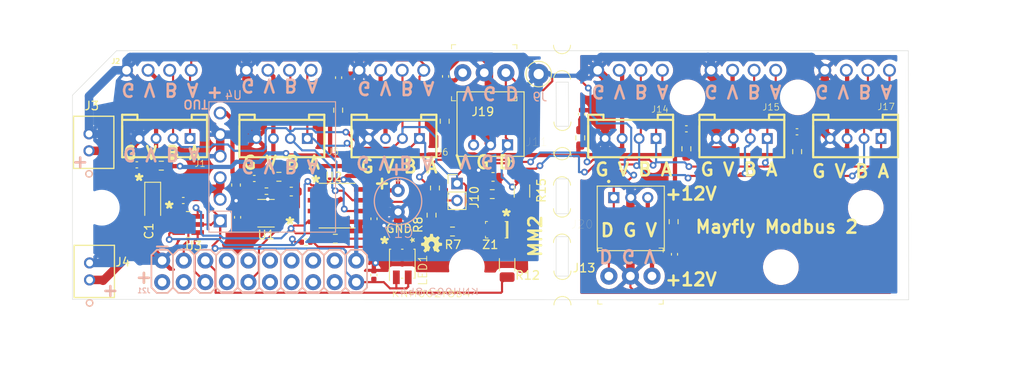
<source format=kicad_pcb>
(kicad_pcb (version 20211014) (generator pcbnew)

  (general
    (thickness 1.6)
  )

  (paper "A")
  (layers
    (0 "F.Cu" signal "Top")
    (31 "B.Cu" signal "Bottom")
    (34 "B.Paste" user)
    (35 "F.Paste" user)
    (36 "B.SilkS" user "B.Silkscreen")
    (37 "F.SilkS" user "F.Silkscreen")
    (38 "B.Mask" user)
    (39 "F.Mask" user)
    (40 "Dwgs.User" user "User.Drawings")
    (41 "Cmts.User" user "User.Comments")
    (44 "Edge.Cuts" user)
    (45 "Margin" user)
    (46 "B.CrtYd" user "B.Courtyard")
    (47 "F.CrtYd" user "F.Courtyard")
    (48 "B.Fab" user)
    (49 "F.Fab" user)
    (50 "User.1" user)
  )

  (setup
    (stackup
      (layer "F.SilkS" (type "Top Silk Screen"))
      (layer "F.Paste" (type "Top Solder Paste"))
      (layer "F.Mask" (type "Top Solder Mask") (thickness 0.01))
      (layer "F.Cu" (type "copper") (thickness 0.035))
      (layer "dielectric 1" (type "core") (thickness 1.51) (material "FR4") (epsilon_r 4.5) (loss_tangent 0.02))
      (layer "B.Cu" (type "copper") (thickness 0.035))
      (layer "B.Mask" (type "Bottom Solder Mask") (thickness 0.01))
      (layer "B.Paste" (type "Bottom Solder Paste"))
      (layer "B.SilkS" (type "Bottom Silk Screen"))
      (copper_finish "None")
      (dielectric_constraints no)
    )
    (pad_to_mask_clearance 0.0508)
    (pad_to_paste_clearance -0.0508)
    (aux_axis_origin 126.4803 117.6045)
    (grid_origin 126.4803 117.6045)
    (pcbplotparams
      (layerselection 0x00010f8_ffffffff)
      (disableapertmacros false)
      (usegerberextensions true)
      (usegerberattributes true)
      (usegerberadvancedattributes true)
      (creategerberjobfile true)
      (svguseinch false)
      (svgprecision 6)
      (excludeedgelayer true)
      (plotframeref false)
      (viasonmask false)
      (mode 1)
      (useauxorigin false)
      (hpglpennumber 1)
      (hpglpenspeed 20)
      (hpglpendiameter 15.000000)
      (dxfpolygonmode true)
      (dxfimperialunits true)
      (dxfusepcbnewfont true)
      (psnegative false)
      (psa4output false)
      (plotreference true)
      (plotvalue true)
      (plotinvisibletext false)
      (sketchpadsonfab false)
      (subtractmaskfromsilk false)
      (outputformat 1)
      (mirror false)
      (drillshape 0)
      (scaleselection 1)
      (outputdirectory "gerber/")
    )
  )

  (net 0 "")
  (net 1 "GND")
  (net 2 "/A+")
  (net 3 "/B-")
  (net 4 "/12VswAEn")
  (net 5 "/12Vsnr")
  (net 6 "Net-(C5-Pad2)")
  (net 7 "Net-(C11-Pad1)")
  (net 8 "Net-(J10-Pad2)")
  (net 9 "Net-(J11-Pad1)")
  (net 10 "/SDA")
  (net 11 "/SCL")
  (net 12 "unconnected-(J21-Pad7)")
  (net 13 "/5Vsw")
  (net 14 "/3Von")
  (net 15 "+3V0")
  (net 16 "/RXp")
  (net 17 "/TXp")
  (net 18 "/TXb")
  (net 19 "/RXb")
  (net 20 "/D4_AL")
  (net 21 "unconnected-(J21-Pad8)")
  (net 22 "unconnected-(J21-Pad9)")
  (net 23 "unconnected-(J21-Pad11)")
  (net 24 "/12Vsw")
  (net 25 "Net-(LED1-Pad2)")
  (net 26 "Net-(LED1-Pad4)")
  (net 27 "unconnected-(J21-Pad12)")
  (net 28 "/sdiProt")
  (net 29 "unconnected-(J21-Pad13)")
  (net 30 "/12Vbst")
  (net 31 "/3.8Vbat")
  (net 32 "/12Vfd")
  (net 33 "/12Vfa")
  (net 34 "/12Vfb")
  (net 35 "/12Vfc")
  (net 36 "/12Vfe")
  (net 37 "unconnected-(J21-Pad14)")
  (net 38 "unconnected-(J21-Pad17)")
  (net 39 "Net-(R2-Pad1)")
  (net 40 "/12Vfg")
  (net 41 "/12Vfh")
  (net 42 "/12Vfm")

  (footprint "RS485_Mayfly:2.0_1X4" (layer "F.Cu") (at 137.2641 98.7486 180))

  (footprint "RS485_Mayfly:2.0_1X4" (layer "F.Cu") (at 151.0791 98.7486 180))

  (footprint "RS485_Mayfly:2.0_1X4" (layer "F.Cu") (at 164.2871 98.7486 180))

  (footprint "RS485_Mayfly:1X04_NOSILK" (layer "F.Cu") (at 136.5941 90.7086 180))

  (footprint "RS485_Mayfly:1X04_NOSILK" (layer "F.Cu") (at 150.7141 90.7086 180))

  (footprint "RS485_Mayfly:OSHW-LOGO-MINI" (layer "F.Cu") (at 168.7141 111.1986))

  (footprint "RS485_Mayfly:1X04_NOSILK" (layer "F.Cu") (at 163.9841 90.7086 180))

  (footprint "Connector_Pin:Pin_D1.0mm_L10.0mm_LooseFit" (layer "F.Cu") (at 181.3303 91.1545))

  (footprint "Resistor_SMD:R_0603_1608Metric" (layer "F.Cu") (at 171.1803 109.7045))

  (footprint "Resistor_SMD:R_0603_1608Metric" (layer "F.Cu") (at 168.7141 107.7736 90))

  (footprint "Resistor_SMD:R_0603_1608Metric" (layer "F.Cu") (at 169.1141 104.5736 90))

  (footprint "Capacitor_SMD:C_0402_1005Metric" (layer "F.Cu") (at 161.9141 114.8286 90))

  (footprint "Capacitor_SMD:C_0402_1005Metric" (layer "F.Cu") (at 161.9303 108.2045 90))

  (footprint "Resistor_SMD:R_0603_1608Metric" (layer "F.Cu") (at 157.3803 110.5545))

  (footprint "Capacitor_SMD:C_0402_1005Metric" (layer "F.Cu") (at 147.8303 103.4545 180))

  (footprint "Resistor_SMD:R_0402_1005Metric" (layer "F.Cu") (at 153.9303 110.9545))

  (footprint "RS485_Mayfly:SN74LVC2G34DBVT" (layer "F.Cu") (at 140.0465 108.874401))

  (footprint "Capacitor_SMD:C_0402_1005Metric" (layer "F.Cu") (at 139.4641 106.0486))

  (footprint "Connector_PinHeader_2.00mm:PinHeader_1x02_P2.00mm_Vertical" (layer "F.Cu") (at 171.7141 104.0486))

  (footprint "RS485_Mayfly:LED_Kingbright_APBD3224SURKCGKC-F01" (layer "F.Cu") (at 165.2641 113.4986 90))

  (footprint "Resistor_SMD:R_0603_1608Metric_Pad0.98x0.95mm_HandSolder" (layer "F.Cu") (at 170.2641 96.7111 -90))

  (footprint "Capacitor_SMD:C_0402_1005Metric" (layer "F.Cu") (at 133.9941 101.8486 180))

  (footprint "digikey-footprints:PinHeader_1x3_P2.54mm_Drill1.02mm" (layer "F.Cu") (at 177.4641 90.9986 180))

  (footprint "Resistor_SMD:R_0603_1608Metric" (layer "F.Cu") (at 175.8641 105.2986))

  (footprint "Resistor_SMD:R_1206_3216Metric" (layer "F.Cu") (at 179.3641 104.9361 90))

  (footprint "Capacitor_SMD:C_0603_1608Metric" (layer "F.Cu") (at 175.9581 103.2714 180))

  (footprint "Resistor_SMD:R_1206_3216Metric" (layer "F.Cu") (at 177.6141 113.6111 -90))

  (footprint "digikey-footprints:SOD-123" (layer "F.Cu") (at 176.3891 109.4986 180))

  (footprint "RS485_Mayfly:JST_S3B-PH-K-S(LF)(SN)" (layer "F.Cu") (at 177.6641 99.4986 180))

  (footprint "RS485_Mayfly:max13487eesa&plus_" (layer "F.Cu") (at 157.5803 106.6545))

  (footprint "Capacitor_SMD:C_0402_1005Metric" (layer "F.Cu") (at 198.7303 97.6045))

  (footprint "RS485_Mayfly:B2B-PH-K-SLFSN" (layer "F.Cu") (at 128.430101 115.4041 -90))

  (footprint "Resistor_SMD:R_0402_1005Metric_Pad0.72x0.64mm_HandSolder" (layer "F.Cu") (at 149.2641 104.9486))

  (footprint "MountingHole:MountingHole_3.2mm_M3" (layer "F.Cu") (at 211.8641 93.8986))

  (footprint "Capacitor_SMD:C_0402_1005Metric" (layer "F.Cu") (at 145.8641 108.0286 -90))

  (footprint "Resistor_SMD:R_0603_1608Metric_Pad0.98x0.95mm_HandSolder" (layer "F.Cu") (at 186.2303 98.667 -90))

  (footprint "digikey-footprints:PinHeader_1x3_P2.54mm_Drill1.02mm" (layer "F.Cu") (at 189.6003 114.9545))

  (footprint "RS485_Mayfly:2.0_1X4" (layer "F.Cu") (at 192.1641 98.7486 180))

  (footprint "MountingHole:MountingHole_3.2mm_M3" (layer "F.Cu") (at 198.8641 93.8986))

  (footprint "Capacitor_SMD:C_0402_1005Metric" (layer "F.Cu") (at 197.3303 112.3845 -90))

  (footprint "RS485_Mayfly:mouse-bite-2mm-slot" (layer "F.Cu") (at 184.1303 98.8045 90))

  (footprint "MountingHole:MountingHole_3.2mm_M3" (layer "F.Cu") (at 219.8641 106.8986))

  (footprint "Capacitor_SMD:C_0603_1608Metric" (layer "F.Cu") (at 152.1891 104.9986))

  (footprint "RS485_Mayfly:mouse-bite-2mm-slot" (layer "F.Cu") (at 184.0803 89.7545 90))

  (footprint "MountingHole:MountingHole_3.2mm_M3" (layer "F.Cu") (at 209.8641 113.8986))

  (footprint "RS485_Mayfly:mouse-bite-2mm-slot" (layer "F.Cu") (at 184.0803 109.0045 90))

  (footprint "RS485_Mayfly:JST_S3B-PH-K-S(LF)(SN)" (layer "F.Cu") (at 190.1803 105.7045))

  (footprint "MountingHole:MountingHole_3.2mm_M3" (layer "F.Cu") (at 129.8641 106.8986))

  (footprint "RS485_Mayfly:2.0_1X4" (layer "F.Cu") (at 205.2641 98.7486 180))

  (footprint "RS485_Mayfly:B2B-PH-K-SLFSN" (layer "F.Cu") (at 128.3641 100.198601 -90))

  (footprint "Capacitor_SMD:C_0402_1005Metric" (layer "F.Cu") (at 211.7603 97.9545 180))

  (footprint "Capacitor_Tantalum_SMD:CP_EIA-3216-18_Kemet-A" (layer "F.Cu") (at 135.8641 106.2111 -90))

  (footprint "RS485_Mayfly:mouse-bite-2mm-slot" locked (layer "F.Cu")
    (tedit 551DB891) (tstamp 9e3c66f5-86ce-4d8e-aedf-fb2e9176fba0)
    (at 184.1303 116.3545 90)
    (attr through_hole board_only exclude_from_pos_files exclude_from_bom)
    (fp_text reference "mouse-bite-2mm-slot" (at 0 -2 90) (layer "Cmts.User") hide
      (effects (font (size 1 1) (thickness 0.2)))
      (tstamp 6e5413e1-dcc5-4627-8644-a6175de69dac)
    )
    (fp_text value "MSB05" (at 0 2.1 90) (layer "Cmts.User") hide
      (effects (font (size 1 1) (thickness 0.2)))
      (tstamp 346471d0-07f7-4c4f-a45e-983e3a021d76)
    )
    (fp_arc (start -2 -1) (mid -1 0) (end -2 1) (layer "F.SilkS") (width 0.1) (tstamp 519707c9-c33f-46cd-a6da-260428bdc7d6))
    (fp_arc (start 2 1) (mid 1 0) (end 2 -1) (layer "F.SilkS") (width 0.1) (tstamp 65b75c5b-45c5-4412-979
... [776880 chars truncated]
</source>
